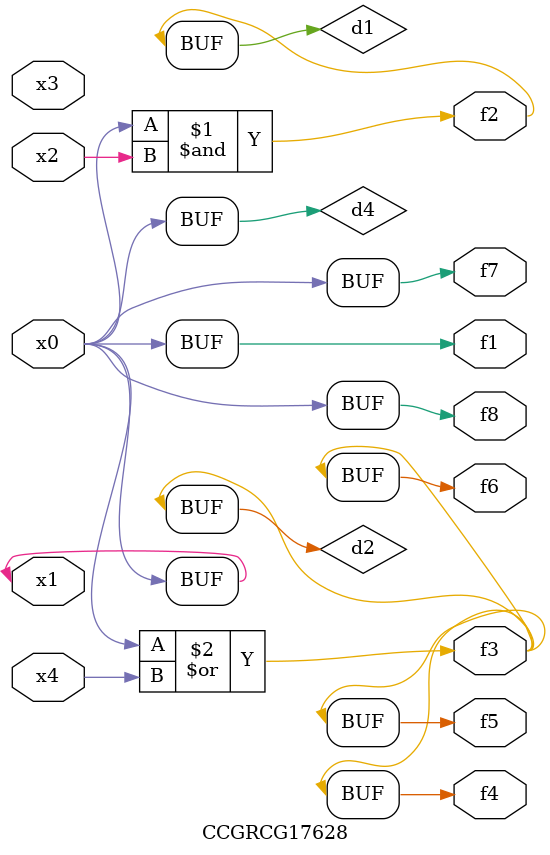
<source format=v>
module CCGRCG17628(
	input x0, x1, x2, x3, x4,
	output f1, f2, f3, f4, f5, f6, f7, f8
);

	wire d1, d2, d3, d4;

	and (d1, x0, x2);
	or (d2, x0, x4);
	nand (d3, x0, x2);
	buf (d4, x0, x1);
	assign f1 = d4;
	assign f2 = d1;
	assign f3 = d2;
	assign f4 = d2;
	assign f5 = d2;
	assign f6 = d2;
	assign f7 = d4;
	assign f8 = d4;
endmodule

</source>
